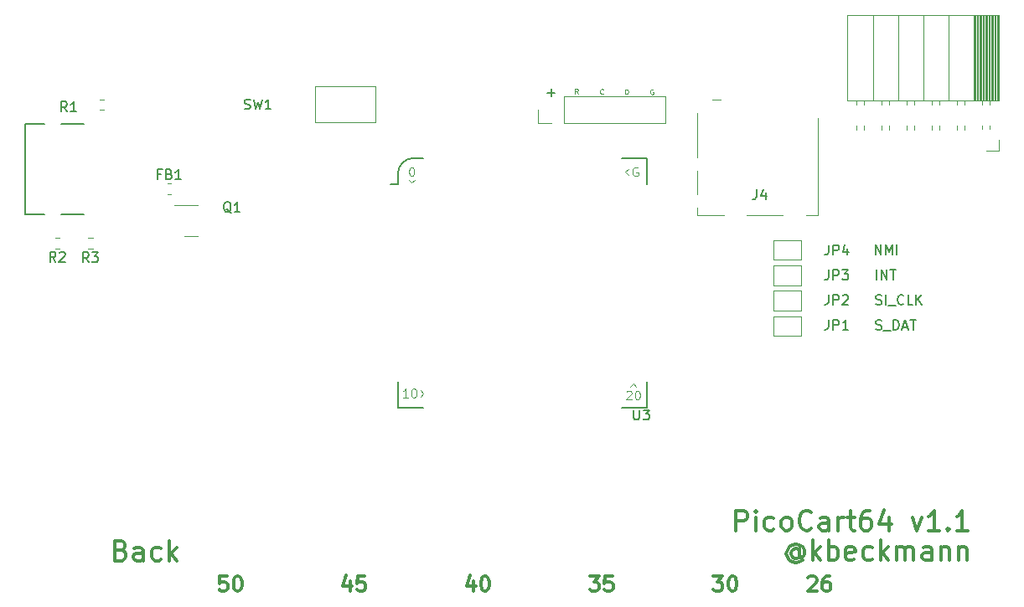
<source format=gto>
G04 #@! TF.GenerationSoftware,KiCad,Pcbnew,(6.0.6)*
G04 #@! TF.CreationDate,2022-07-02T23:03:49+02:00*
G04 #@! TF.ProjectId,picocart64_v1,7069636f-6361-4727-9436-345f76312e6b,rev?*
G04 #@! TF.SameCoordinates,Original*
G04 #@! TF.FileFunction,Legend,Top*
G04 #@! TF.FilePolarity,Positive*
%FSLAX46Y46*%
G04 Gerber Fmt 4.6, Leading zero omitted, Abs format (unit mm)*
G04 Created by KiCad (PCBNEW (6.0.6)) date 2022-07-02 23:03:49*
%MOMM*%
%LPD*%
G01*
G04 APERTURE LIST*
%ADD10C,0.300000*%
%ADD11C,0.125000*%
%ADD12C,0.150000*%
%ADD13C,0.120000*%
G04 APERTURE END LIST*
D10*
X132571428Y-110178571D02*
X132571428Y-111178571D01*
X132214285Y-109607142D02*
X131857142Y-110678571D01*
X132785714Y-110678571D01*
X134071428Y-109678571D02*
X133357142Y-109678571D01*
X133285714Y-110392857D01*
X133357142Y-110321428D01*
X133500000Y-110250000D01*
X133857142Y-110250000D01*
X134000000Y-110321428D01*
X134071428Y-110392857D01*
X134142857Y-110535714D01*
X134142857Y-110892857D01*
X134071428Y-111035714D01*
X134000000Y-111107142D01*
X133857142Y-111178571D01*
X133500000Y-111178571D01*
X133357142Y-111107142D01*
X133285714Y-111035714D01*
X145071428Y-110178571D02*
X145071428Y-111178571D01*
X144714285Y-109607142D02*
X144357142Y-110678571D01*
X145285714Y-110678571D01*
X146142857Y-109678571D02*
X146285714Y-109678571D01*
X146428571Y-109750000D01*
X146500000Y-109821428D01*
X146571428Y-109964285D01*
X146642857Y-110250000D01*
X146642857Y-110607142D01*
X146571428Y-110892857D01*
X146500000Y-111035714D01*
X146428571Y-111107142D01*
X146285714Y-111178571D01*
X146142857Y-111178571D01*
X146000000Y-111107142D01*
X145928571Y-111035714D01*
X145857142Y-110892857D01*
X145785714Y-110607142D01*
X145785714Y-110250000D01*
X145857142Y-109964285D01*
X145928571Y-109821428D01*
X146000000Y-109750000D01*
X146142857Y-109678571D01*
X156785714Y-109678571D02*
X157714285Y-109678571D01*
X157214285Y-110250000D01*
X157428571Y-110250000D01*
X157571428Y-110321428D01*
X157642857Y-110392857D01*
X157714285Y-110535714D01*
X157714285Y-110892857D01*
X157642857Y-111035714D01*
X157571428Y-111107142D01*
X157428571Y-111178571D01*
X157000000Y-111178571D01*
X156857142Y-111107142D01*
X156785714Y-111035714D01*
X159071428Y-109678571D02*
X158357142Y-109678571D01*
X158285714Y-110392857D01*
X158357142Y-110321428D01*
X158500000Y-110250000D01*
X158857142Y-110250000D01*
X159000000Y-110321428D01*
X159071428Y-110392857D01*
X159142857Y-110535714D01*
X159142857Y-110892857D01*
X159071428Y-111035714D01*
X159000000Y-111107142D01*
X158857142Y-111178571D01*
X158500000Y-111178571D01*
X158357142Y-111107142D01*
X158285714Y-111035714D01*
X169285714Y-109678571D02*
X170214285Y-109678571D01*
X169714285Y-110250000D01*
X169928571Y-110250000D01*
X170071428Y-110321428D01*
X170142857Y-110392857D01*
X170214285Y-110535714D01*
X170214285Y-110892857D01*
X170142857Y-111035714D01*
X170071428Y-111107142D01*
X169928571Y-111178571D01*
X169500000Y-111178571D01*
X169357142Y-111107142D01*
X169285714Y-111035714D01*
X171142857Y-109678571D02*
X171285714Y-109678571D01*
X171428571Y-109750000D01*
X171500000Y-109821428D01*
X171571428Y-109964285D01*
X171642857Y-110250000D01*
X171642857Y-110607142D01*
X171571428Y-110892857D01*
X171500000Y-111035714D01*
X171428571Y-111107142D01*
X171285714Y-111178571D01*
X171142857Y-111178571D01*
X171000000Y-111107142D01*
X170928571Y-111035714D01*
X170857142Y-110892857D01*
X170785714Y-110607142D01*
X170785714Y-110250000D01*
X170857142Y-109964285D01*
X170928571Y-109821428D01*
X171000000Y-109750000D01*
X171142857Y-109678571D01*
X178857142Y-109821428D02*
X178928571Y-109750000D01*
X179071428Y-109678571D01*
X179428571Y-109678571D01*
X179571428Y-109750000D01*
X179642857Y-109821428D01*
X179714285Y-109964285D01*
X179714285Y-110107142D01*
X179642857Y-110321428D01*
X178785714Y-111178571D01*
X179714285Y-111178571D01*
X181000000Y-109678571D02*
X180714285Y-109678571D01*
X180571428Y-109750000D01*
X180500000Y-109821428D01*
X180357142Y-110035714D01*
X180285714Y-110321428D01*
X180285714Y-110892857D01*
X180357142Y-111035714D01*
X180428571Y-111107142D01*
X180571428Y-111178571D01*
X180857142Y-111178571D01*
X181000000Y-111107142D01*
X181071428Y-111035714D01*
X181142857Y-110892857D01*
X181142857Y-110535714D01*
X181071428Y-110392857D01*
X181000000Y-110321428D01*
X180857142Y-110250000D01*
X180571428Y-110250000D01*
X180428571Y-110321428D01*
X180357142Y-110392857D01*
X180285714Y-110535714D01*
D11*
X160397047Y-60925379D02*
X160397047Y-60425379D01*
X160516095Y-60425379D01*
X160587523Y-60449189D01*
X160635142Y-60496808D01*
X160658952Y-60544427D01*
X160682761Y-60639665D01*
X160682761Y-60711093D01*
X160658952Y-60806331D01*
X160635142Y-60853950D01*
X160587523Y-60901569D01*
X160516095Y-60925379D01*
X160397047Y-60925379D01*
D12*
X185707976Y-84719761D02*
X185850833Y-84767380D01*
X186088928Y-84767380D01*
X186184166Y-84719761D01*
X186231785Y-84672142D01*
X186279404Y-84576904D01*
X186279404Y-84481666D01*
X186231785Y-84386428D01*
X186184166Y-84338809D01*
X186088928Y-84291190D01*
X185898452Y-84243571D01*
X185803214Y-84195952D01*
X185755595Y-84148333D01*
X185707976Y-84053095D01*
X185707976Y-83957857D01*
X185755595Y-83862619D01*
X185803214Y-83815000D01*
X185898452Y-83767380D01*
X186136547Y-83767380D01*
X186279404Y-83815000D01*
X186469880Y-84862619D02*
X187231785Y-84862619D01*
X187469880Y-84767380D02*
X187469880Y-83767380D01*
X187707976Y-83767380D01*
X187850833Y-83815000D01*
X187946071Y-83910238D01*
X187993690Y-84005476D01*
X188041309Y-84195952D01*
X188041309Y-84338809D01*
X187993690Y-84529285D01*
X187946071Y-84624523D01*
X187850833Y-84719761D01*
X187707976Y-84767380D01*
X187469880Y-84767380D01*
X188422261Y-84481666D02*
X188898452Y-84481666D01*
X188327023Y-84767380D02*
X188660357Y-83767380D01*
X188993690Y-84767380D01*
X189184166Y-83767380D02*
X189755595Y-83767380D01*
X189469880Y-84767380D02*
X189469880Y-83767380D01*
D10*
X120142857Y-109678571D02*
X119428571Y-109678571D01*
X119357142Y-110392857D01*
X119428571Y-110321428D01*
X119571428Y-110250000D01*
X119928571Y-110250000D01*
X120071428Y-110321428D01*
X120142857Y-110392857D01*
X120214285Y-110535714D01*
X120214285Y-110892857D01*
X120142857Y-111035714D01*
X120071428Y-111107142D01*
X119928571Y-111178571D01*
X119571428Y-111178571D01*
X119428571Y-111107142D01*
X119357142Y-111035714D01*
X121142857Y-109678571D02*
X121285714Y-109678571D01*
X121428571Y-109750000D01*
X121500000Y-109821428D01*
X121571428Y-109964285D01*
X121642857Y-110250000D01*
X121642857Y-110607142D01*
X121571428Y-110892857D01*
X121500000Y-111035714D01*
X121428571Y-111107142D01*
X121285714Y-111178571D01*
X121142857Y-111178571D01*
X121000000Y-111107142D01*
X120928571Y-111035714D01*
X120857142Y-110892857D01*
X120785714Y-110607142D01*
X120785714Y-110250000D01*
X120857142Y-109964285D01*
X120928571Y-109821428D01*
X121000000Y-109750000D01*
X121142857Y-109678571D01*
D11*
X155602761Y-60897325D02*
X155436095Y-60659230D01*
X155317047Y-60897325D02*
X155317047Y-60397325D01*
X155507523Y-60397325D01*
X155555142Y-60421135D01*
X155578952Y-60444944D01*
X155602761Y-60492563D01*
X155602761Y-60563992D01*
X155578952Y-60611611D01*
X155555142Y-60635420D01*
X155507523Y-60659230D01*
X155317047Y-60659230D01*
D12*
X185641595Y-77147380D02*
X185641595Y-76147380D01*
X186213023Y-77147380D01*
X186213023Y-76147380D01*
X186689214Y-77147380D02*
X186689214Y-76147380D01*
X187022547Y-76861666D01*
X187355880Y-76147380D01*
X187355880Y-77147380D01*
X187832071Y-77147380D02*
X187832071Y-76147380D01*
X185755595Y-79687380D02*
X185755595Y-78687380D01*
X186231785Y-79687380D02*
X186231785Y-78687380D01*
X186803214Y-79687380D01*
X186803214Y-78687380D01*
X187136547Y-78687380D02*
X187707976Y-78687380D01*
X187422261Y-79687380D02*
X187422261Y-78687380D01*
D11*
X158142761Y-60863733D02*
X158118952Y-60887542D01*
X158047523Y-60911352D01*
X157999904Y-60911352D01*
X157928476Y-60887542D01*
X157880857Y-60839923D01*
X157857047Y-60792304D01*
X157833238Y-60697066D01*
X157833238Y-60625638D01*
X157857047Y-60530400D01*
X157880857Y-60482781D01*
X157928476Y-60435162D01*
X157999904Y-60411352D01*
X158047523Y-60411352D01*
X158118952Y-60435162D01*
X158142761Y-60458971D01*
D12*
X152527047Y-60777428D02*
X153288952Y-60777428D01*
X152908000Y-61158380D02*
X152908000Y-60396476D01*
D11*
X163198952Y-60456000D02*
X163151333Y-60432190D01*
X163079904Y-60432190D01*
X163008476Y-60456000D01*
X162960857Y-60503619D01*
X162937047Y-60551238D01*
X162913238Y-60646476D01*
X162913238Y-60717904D01*
X162937047Y-60813142D01*
X162960857Y-60860761D01*
X163008476Y-60908380D01*
X163079904Y-60932190D01*
X163127523Y-60932190D01*
X163198952Y-60908380D01*
X163222761Y-60884571D01*
X163222761Y-60717904D01*
X163127523Y-60717904D01*
D12*
X185707976Y-82179761D02*
X185850833Y-82227380D01*
X186088928Y-82227380D01*
X186184166Y-82179761D01*
X186231785Y-82132142D01*
X186279404Y-82036904D01*
X186279404Y-81941666D01*
X186231785Y-81846428D01*
X186184166Y-81798809D01*
X186088928Y-81751190D01*
X185898452Y-81703571D01*
X185803214Y-81655952D01*
X185755595Y-81608333D01*
X185707976Y-81513095D01*
X185707976Y-81417857D01*
X185755595Y-81322619D01*
X185803214Y-81275000D01*
X185898452Y-81227380D01*
X186136547Y-81227380D01*
X186279404Y-81275000D01*
X186707976Y-82227380D02*
X186707976Y-81227380D01*
X186946071Y-82322619D02*
X187707976Y-82322619D01*
X188517500Y-82132142D02*
X188469880Y-82179761D01*
X188327023Y-82227380D01*
X188231785Y-82227380D01*
X188088928Y-82179761D01*
X187993690Y-82084523D01*
X187946071Y-81989285D01*
X187898452Y-81798809D01*
X187898452Y-81655952D01*
X187946071Y-81465476D01*
X187993690Y-81370238D01*
X188088928Y-81275000D01*
X188231785Y-81227380D01*
X188327023Y-81227380D01*
X188469880Y-81275000D01*
X188517500Y-81322619D01*
X189422261Y-82227380D02*
X188946071Y-82227380D01*
X188946071Y-81227380D01*
X189755595Y-82227380D02*
X189755595Y-81227380D01*
X190327023Y-82227380D02*
X189898452Y-81655952D01*
X190327023Y-81227380D02*
X189755595Y-81798809D01*
X180916666Y-83753180D02*
X180916666Y-84467466D01*
X180869047Y-84610323D01*
X180773809Y-84705561D01*
X180630952Y-84753180D01*
X180535714Y-84753180D01*
X181392857Y-84753180D02*
X181392857Y-83753180D01*
X181773809Y-83753180D01*
X181869047Y-83800800D01*
X181916666Y-83848419D01*
X181964285Y-83943657D01*
X181964285Y-84086514D01*
X181916666Y-84181752D01*
X181869047Y-84229371D01*
X181773809Y-84276990D01*
X181392857Y-84276990D01*
X182916666Y-84753180D02*
X182345238Y-84753180D01*
X182630952Y-84753180D02*
X182630952Y-83753180D01*
X182535714Y-83896038D01*
X182440476Y-83991276D01*
X182345238Y-84038895D01*
X180916666Y-81227780D02*
X180916666Y-81942066D01*
X180869047Y-82084923D01*
X180773809Y-82180161D01*
X180630952Y-82227780D01*
X180535714Y-82227780D01*
X181392857Y-82227780D02*
X181392857Y-81227780D01*
X181773809Y-81227780D01*
X181869047Y-81275400D01*
X181916666Y-81323019D01*
X181964285Y-81418257D01*
X181964285Y-81561114D01*
X181916666Y-81656352D01*
X181869047Y-81703971D01*
X181773809Y-81751590D01*
X181392857Y-81751590D01*
X182345238Y-81323019D02*
X182392857Y-81275400D01*
X182488095Y-81227780D01*
X182726190Y-81227780D01*
X182821428Y-81275400D01*
X182869047Y-81323019D01*
X182916666Y-81418257D01*
X182916666Y-81513495D01*
X182869047Y-81656352D01*
X182297619Y-82227780D01*
X182916666Y-82227780D01*
X161238095Y-92852380D02*
X161238095Y-93661904D01*
X161285714Y-93757142D01*
X161333333Y-93804761D01*
X161428571Y-93852380D01*
X161619047Y-93852380D01*
X161714285Y-93804761D01*
X161761904Y-93757142D01*
X161809523Y-93661904D01*
X161809523Y-92852380D01*
X162190476Y-92852380D02*
X162809523Y-92852380D01*
X162476190Y-93233333D01*
X162619047Y-93233333D01*
X162714285Y-93280952D01*
X162761904Y-93328571D01*
X162809523Y-93423809D01*
X162809523Y-93661904D01*
X162761904Y-93757142D01*
X162714285Y-93804761D01*
X162619047Y-93852380D01*
X162333333Y-93852380D01*
X162238095Y-93804761D01*
X162190476Y-93757142D01*
D13*
X161635714Y-68350000D02*
X161550000Y-68307142D01*
X161421428Y-68307142D01*
X161292857Y-68350000D01*
X161207142Y-68435714D01*
X161164285Y-68521428D01*
X161121428Y-68692857D01*
X161121428Y-68821428D01*
X161164285Y-68992857D01*
X161207142Y-69078571D01*
X161292857Y-69164285D01*
X161421428Y-69207142D01*
X161507142Y-69207142D01*
X161635714Y-69164285D01*
X161678571Y-69121428D01*
X161678571Y-68821428D01*
X161507142Y-68821428D01*
X138428571Y-91607142D02*
X137914285Y-91607142D01*
X138171428Y-91607142D02*
X138171428Y-90707142D01*
X138085714Y-90835714D01*
X138000000Y-90921428D01*
X137914285Y-90964285D01*
X138985714Y-90707142D02*
X139071428Y-90707142D01*
X139157142Y-90750000D01*
X139200000Y-90792857D01*
X139242857Y-90878571D01*
X139285714Y-91050000D01*
X139285714Y-91264285D01*
X139242857Y-91435714D01*
X139200000Y-91521428D01*
X139157142Y-91564285D01*
X139071428Y-91607142D01*
X138985714Y-91607142D01*
X138900000Y-91564285D01*
X138857142Y-91521428D01*
X138814285Y-91435714D01*
X138771428Y-91264285D01*
X138771428Y-91050000D01*
X138814285Y-90878571D01*
X138857142Y-90792857D01*
X138900000Y-90750000D01*
X138985714Y-90707142D01*
X160514285Y-90992857D02*
X160557142Y-90950000D01*
X160642857Y-90907142D01*
X160857142Y-90907142D01*
X160942857Y-90950000D01*
X160985714Y-90992857D01*
X161028571Y-91078571D01*
X161028571Y-91164285D01*
X160985714Y-91292857D01*
X160471428Y-91807142D01*
X161028571Y-91807142D01*
X161585714Y-90907142D02*
X161671428Y-90907142D01*
X161757142Y-90950000D01*
X161800000Y-90992857D01*
X161842857Y-91078571D01*
X161885714Y-91250000D01*
X161885714Y-91464285D01*
X161842857Y-91635714D01*
X161800000Y-91721428D01*
X161757142Y-91764285D01*
X161671428Y-91807142D01*
X161585714Y-91807142D01*
X161500000Y-91764285D01*
X161457142Y-91721428D01*
X161414285Y-91635714D01*
X161371428Y-91464285D01*
X161371428Y-91250000D01*
X161414285Y-91078571D01*
X161457142Y-90992857D01*
X161500000Y-90950000D01*
X161585714Y-90907142D01*
X138757142Y-68307142D02*
X138842857Y-68307142D01*
X138928571Y-68350000D01*
X138971428Y-68392857D01*
X139014285Y-68478571D01*
X139057142Y-68650000D01*
X139057142Y-68864285D01*
X139014285Y-69035714D01*
X138971428Y-69121428D01*
X138928571Y-69164285D01*
X138842857Y-69207142D01*
X138757142Y-69207142D01*
X138671428Y-69164285D01*
X138628571Y-69121428D01*
X138585714Y-69035714D01*
X138542857Y-68864285D01*
X138542857Y-68650000D01*
X138585714Y-68478571D01*
X138628571Y-68392857D01*
X138671428Y-68350000D01*
X138757142Y-68307142D01*
D12*
X106158333Y-77922380D02*
X105825000Y-77446190D01*
X105586904Y-77922380D02*
X105586904Y-76922380D01*
X105967857Y-76922380D01*
X106063095Y-76970000D01*
X106110714Y-77017619D01*
X106158333Y-77112857D01*
X106158333Y-77255714D01*
X106110714Y-77350952D01*
X106063095Y-77398571D01*
X105967857Y-77446190D01*
X105586904Y-77446190D01*
X106491666Y-76922380D02*
X107110714Y-76922380D01*
X106777380Y-77303333D01*
X106920238Y-77303333D01*
X107015476Y-77350952D01*
X107063095Y-77398571D01*
X107110714Y-77493809D01*
X107110714Y-77731904D01*
X107063095Y-77827142D01*
X107015476Y-77874761D01*
X106920238Y-77922380D01*
X106634523Y-77922380D01*
X106539285Y-77874761D01*
X106491666Y-77827142D01*
X173656666Y-70572380D02*
X173656666Y-71286666D01*
X173609047Y-71429523D01*
X173513809Y-71524761D01*
X173370952Y-71572380D01*
X173275714Y-71572380D01*
X174561428Y-70905714D02*
X174561428Y-71572380D01*
X174323333Y-70524761D02*
X174085238Y-71239047D01*
X174704285Y-71239047D01*
X103973333Y-62682380D02*
X103640000Y-62206190D01*
X103401904Y-62682380D02*
X103401904Y-61682380D01*
X103782857Y-61682380D01*
X103878095Y-61730000D01*
X103925714Y-61777619D01*
X103973333Y-61872857D01*
X103973333Y-62015714D01*
X103925714Y-62110952D01*
X103878095Y-62158571D01*
X103782857Y-62206190D01*
X103401904Y-62206190D01*
X104925714Y-62682380D02*
X104354285Y-62682380D01*
X104640000Y-62682380D02*
X104640000Y-61682380D01*
X104544761Y-61825238D01*
X104449523Y-61920476D01*
X104354285Y-61968095D01*
X121916666Y-62404761D02*
X122059523Y-62452380D01*
X122297619Y-62452380D01*
X122392857Y-62404761D01*
X122440476Y-62357142D01*
X122488095Y-62261904D01*
X122488095Y-62166666D01*
X122440476Y-62071428D01*
X122392857Y-62023809D01*
X122297619Y-61976190D01*
X122107142Y-61928571D01*
X122011904Y-61880952D01*
X121964285Y-61833333D01*
X121916666Y-61738095D01*
X121916666Y-61642857D01*
X121964285Y-61547619D01*
X122011904Y-61500000D01*
X122107142Y-61452380D01*
X122345238Y-61452380D01*
X122488095Y-61500000D01*
X122821428Y-61452380D02*
X123059523Y-62452380D01*
X123250000Y-61738095D01*
X123440476Y-62452380D01*
X123678571Y-61452380D01*
X124583333Y-62452380D02*
X124011904Y-62452380D01*
X124297619Y-62452380D02*
X124297619Y-61452380D01*
X124202380Y-61595238D01*
X124107142Y-61690476D01*
X124011904Y-61738095D01*
X180916666Y-78702380D02*
X180916666Y-79416666D01*
X180869047Y-79559523D01*
X180773809Y-79654761D01*
X180630952Y-79702380D01*
X180535714Y-79702380D01*
X181392857Y-79702380D02*
X181392857Y-78702380D01*
X181773809Y-78702380D01*
X181869047Y-78750000D01*
X181916666Y-78797619D01*
X181964285Y-78892857D01*
X181964285Y-79035714D01*
X181916666Y-79130952D01*
X181869047Y-79178571D01*
X181773809Y-79226190D01*
X181392857Y-79226190D01*
X182297619Y-78702380D02*
X182916666Y-78702380D01*
X182583333Y-79083333D01*
X182726190Y-79083333D01*
X182821428Y-79130952D01*
X182869047Y-79178571D01*
X182916666Y-79273809D01*
X182916666Y-79511904D01*
X182869047Y-79607142D01*
X182821428Y-79654761D01*
X182726190Y-79702380D01*
X182440476Y-79702380D01*
X182345238Y-79654761D01*
X182297619Y-79607142D01*
X180916666Y-76184980D02*
X180916666Y-76899266D01*
X180869047Y-77042123D01*
X180773809Y-77137361D01*
X180630952Y-77184980D01*
X180535714Y-77184980D01*
X181392857Y-77184980D02*
X181392857Y-76184980D01*
X181773809Y-76184980D01*
X181869047Y-76232600D01*
X181916666Y-76280219D01*
X181964285Y-76375457D01*
X181964285Y-76518314D01*
X181916666Y-76613552D01*
X181869047Y-76661171D01*
X181773809Y-76708790D01*
X181392857Y-76708790D01*
X182821428Y-76518314D02*
X182821428Y-77184980D01*
X182583333Y-76137361D02*
X182345238Y-76851647D01*
X182964285Y-76851647D01*
X102833333Y-77882380D02*
X102500000Y-77406190D01*
X102261904Y-77882380D02*
X102261904Y-76882380D01*
X102642857Y-76882380D01*
X102738095Y-76930000D01*
X102785714Y-76977619D01*
X102833333Y-77072857D01*
X102833333Y-77215714D01*
X102785714Y-77310952D01*
X102738095Y-77358571D01*
X102642857Y-77406190D01*
X102261904Y-77406190D01*
X103214285Y-76977619D02*
X103261904Y-76930000D01*
X103357142Y-76882380D01*
X103595238Y-76882380D01*
X103690476Y-76930000D01*
X103738095Y-76977619D01*
X103785714Y-77072857D01*
X103785714Y-77168095D01*
X103738095Y-77310952D01*
X103166666Y-77882380D01*
X103785714Y-77882380D01*
X120554761Y-72937619D02*
X120459523Y-72890000D01*
X120364285Y-72794761D01*
X120221428Y-72651904D01*
X120126190Y-72604285D01*
X120030952Y-72604285D01*
X120078571Y-72842380D02*
X119983333Y-72794761D01*
X119888095Y-72699523D01*
X119840476Y-72509047D01*
X119840476Y-72175714D01*
X119888095Y-71985238D01*
X119983333Y-71890000D01*
X120078571Y-71842380D01*
X120269047Y-71842380D01*
X120364285Y-71890000D01*
X120459523Y-71985238D01*
X120507142Y-72175714D01*
X120507142Y-72509047D01*
X120459523Y-72699523D01*
X120364285Y-72794761D01*
X120269047Y-72842380D01*
X120078571Y-72842380D01*
X121459523Y-72842380D02*
X120888095Y-72842380D01*
X121173809Y-72842380D02*
X121173809Y-71842380D01*
X121078571Y-71985238D01*
X120983333Y-72080476D01*
X120888095Y-72128095D01*
X113454166Y-68998571D02*
X113120833Y-68998571D01*
X113120833Y-69522380D02*
X113120833Y-68522380D01*
X113597023Y-68522380D01*
X114311309Y-68998571D02*
X114454166Y-69046190D01*
X114501785Y-69093809D01*
X114549404Y-69189047D01*
X114549404Y-69331904D01*
X114501785Y-69427142D01*
X114454166Y-69474761D01*
X114358928Y-69522380D01*
X113977976Y-69522380D01*
X113977976Y-68522380D01*
X114311309Y-68522380D01*
X114406547Y-68570000D01*
X114454166Y-68617619D01*
X114501785Y-68712857D01*
X114501785Y-68808095D01*
X114454166Y-68903333D01*
X114406547Y-68950952D01*
X114311309Y-68998571D01*
X113977976Y-68998571D01*
X115501785Y-69522380D02*
X114930357Y-69522380D01*
X115216071Y-69522380D02*
X115216071Y-68522380D01*
X115120833Y-68665238D01*
X115025595Y-68760476D01*
X114930357Y-68808095D01*
D10*
X109458428Y-107045142D02*
X109744142Y-107140380D01*
X109839380Y-107235619D01*
X109934619Y-107426095D01*
X109934619Y-107711809D01*
X109839380Y-107902285D01*
X109744142Y-107997523D01*
X109553666Y-108092761D01*
X108791761Y-108092761D01*
X108791761Y-106092761D01*
X109458428Y-106092761D01*
X109648904Y-106188000D01*
X109744142Y-106283238D01*
X109839380Y-106473714D01*
X109839380Y-106664190D01*
X109744142Y-106854666D01*
X109648904Y-106949904D01*
X109458428Y-107045142D01*
X108791761Y-107045142D01*
X111648904Y-108092761D02*
X111648904Y-107045142D01*
X111553666Y-106854666D01*
X111363190Y-106759428D01*
X110982238Y-106759428D01*
X110791761Y-106854666D01*
X111648904Y-107997523D02*
X111458428Y-108092761D01*
X110982238Y-108092761D01*
X110791761Y-107997523D01*
X110696523Y-107807047D01*
X110696523Y-107616571D01*
X110791761Y-107426095D01*
X110982238Y-107330857D01*
X111458428Y-107330857D01*
X111648904Y-107235619D01*
X113458428Y-107997523D02*
X113267952Y-108092761D01*
X112887000Y-108092761D01*
X112696523Y-107997523D01*
X112601285Y-107902285D01*
X112506047Y-107711809D01*
X112506047Y-107140380D01*
X112601285Y-106949904D01*
X112696523Y-106854666D01*
X112887000Y-106759428D01*
X113267952Y-106759428D01*
X113458428Y-106854666D01*
X114315571Y-108092761D02*
X114315571Y-106092761D01*
X114506047Y-107330857D02*
X115077476Y-108092761D01*
X115077476Y-106759428D02*
X114315571Y-107521333D01*
X177994445Y-107095750D02*
X177899207Y-107000512D01*
X177708731Y-106905274D01*
X177518255Y-106905274D01*
X177327778Y-107000512D01*
X177232540Y-107095750D01*
X177137302Y-107286227D01*
X177137302Y-107476703D01*
X177232540Y-107667179D01*
X177327778Y-107762417D01*
X177518255Y-107857655D01*
X177708731Y-107857655D01*
X177899207Y-107762417D01*
X177994445Y-107667179D01*
X177994445Y-106905274D02*
X177994445Y-107667179D01*
X178089683Y-107762417D01*
X178184921Y-107762417D01*
X178375397Y-107667179D01*
X178470636Y-107476703D01*
X178470636Y-107000512D01*
X178280159Y-106714798D01*
X177994445Y-106524322D01*
X177613493Y-106429084D01*
X177232540Y-106524322D01*
X176946826Y-106714798D01*
X176756350Y-107000512D01*
X176661112Y-107381465D01*
X176756350Y-107762417D01*
X176946826Y-108048131D01*
X177232540Y-108238608D01*
X177613493Y-108333846D01*
X177994445Y-108238608D01*
X178280159Y-108048131D01*
X179327778Y-108048131D02*
X179327778Y-106048131D01*
X179518255Y-107286227D02*
X180089683Y-108048131D01*
X180089683Y-106714798D02*
X179327778Y-107476703D01*
X180946826Y-108048131D02*
X180946826Y-106048131D01*
X180946826Y-106810036D02*
X181137302Y-106714798D01*
X181518255Y-106714798D01*
X181708731Y-106810036D01*
X181803969Y-106905274D01*
X181899207Y-107095750D01*
X181899207Y-107667179D01*
X181803969Y-107857655D01*
X181708731Y-107952893D01*
X181518255Y-108048131D01*
X181137302Y-108048131D01*
X180946826Y-107952893D01*
X183518255Y-107952893D02*
X183327778Y-108048131D01*
X182946826Y-108048131D01*
X182756350Y-107952893D01*
X182661112Y-107762417D01*
X182661112Y-107000512D01*
X182756350Y-106810036D01*
X182946826Y-106714798D01*
X183327778Y-106714798D01*
X183518255Y-106810036D01*
X183613493Y-107000512D01*
X183613493Y-107190989D01*
X182661112Y-107381465D01*
X185327778Y-107952893D02*
X185137302Y-108048131D01*
X184756350Y-108048131D01*
X184565874Y-107952893D01*
X184470636Y-107857655D01*
X184375397Y-107667179D01*
X184375397Y-107095750D01*
X184470636Y-106905274D01*
X184565874Y-106810036D01*
X184756350Y-106714798D01*
X185137302Y-106714798D01*
X185327778Y-106810036D01*
X186184921Y-108048131D02*
X186184921Y-106048131D01*
X186375397Y-107286227D02*
X186946826Y-108048131D01*
X186946826Y-106714798D02*
X186184921Y-107476703D01*
X187803969Y-108048131D02*
X187803969Y-106714798D01*
X187803969Y-106905274D02*
X187899207Y-106810036D01*
X188089683Y-106714798D01*
X188375397Y-106714798D01*
X188565874Y-106810036D01*
X188661112Y-107000512D01*
X188661112Y-108048131D01*
X188661112Y-107000512D02*
X188756350Y-106810036D01*
X188946826Y-106714798D01*
X189232540Y-106714798D01*
X189423017Y-106810036D01*
X189518255Y-107000512D01*
X189518255Y-108048131D01*
X191327778Y-108048131D02*
X191327778Y-107000512D01*
X191232540Y-106810036D01*
X191042064Y-106714798D01*
X190661112Y-106714798D01*
X190470636Y-106810036D01*
X191327778Y-107952893D02*
X191137302Y-108048131D01*
X190661112Y-108048131D01*
X190470636Y-107952893D01*
X190375397Y-107762417D01*
X190375397Y-107571941D01*
X190470636Y-107381465D01*
X190661112Y-107286227D01*
X191137302Y-107286227D01*
X191327778Y-107190989D01*
X192280159Y-106714798D02*
X192280159Y-108048131D01*
X192280159Y-106905274D02*
X192375397Y-106810036D01*
X192565874Y-106714798D01*
X192851588Y-106714798D01*
X193042064Y-106810036D01*
X193137302Y-107000512D01*
X193137302Y-108048131D01*
X194089683Y-106714798D02*
X194089683Y-108048131D01*
X194089683Y-106905274D02*
X194184921Y-106810036D01*
X194375397Y-106714798D01*
X194661112Y-106714798D01*
X194851588Y-106810036D01*
X194946826Y-107000512D01*
X194946826Y-108048131D01*
X171575476Y-105044761D02*
X171575476Y-103044761D01*
X172337380Y-103044761D01*
X172527857Y-103140000D01*
X172623095Y-103235238D01*
X172718333Y-103425714D01*
X172718333Y-103711428D01*
X172623095Y-103901904D01*
X172527857Y-103997142D01*
X172337380Y-104092380D01*
X171575476Y-104092380D01*
X173575476Y-105044761D02*
X173575476Y-103711428D01*
X173575476Y-103044761D02*
X173480238Y-103140000D01*
X173575476Y-103235238D01*
X173670714Y-103140000D01*
X173575476Y-103044761D01*
X173575476Y-103235238D01*
X175385000Y-104949523D02*
X175194523Y-105044761D01*
X174813571Y-105044761D01*
X174623095Y-104949523D01*
X174527857Y-104854285D01*
X174432619Y-104663809D01*
X174432619Y-104092380D01*
X174527857Y-103901904D01*
X174623095Y-103806666D01*
X174813571Y-103711428D01*
X175194523Y-103711428D01*
X175385000Y-103806666D01*
X176527857Y-105044761D02*
X176337380Y-104949523D01*
X176242142Y-104854285D01*
X176146904Y-104663809D01*
X176146904Y-104092380D01*
X176242142Y-103901904D01*
X176337380Y-103806666D01*
X176527857Y-103711428D01*
X176813571Y-103711428D01*
X177004047Y-103806666D01*
X177099285Y-103901904D01*
X177194523Y-104092380D01*
X177194523Y-104663809D01*
X177099285Y-104854285D01*
X177004047Y-104949523D01*
X176813571Y-105044761D01*
X176527857Y-105044761D01*
X179194523Y-104854285D02*
X179099285Y-104949523D01*
X178813571Y-105044761D01*
X178623095Y-105044761D01*
X178337380Y-104949523D01*
X178146904Y-104759047D01*
X178051666Y-104568571D01*
X177956428Y-104187619D01*
X177956428Y-103901904D01*
X178051666Y-103520952D01*
X178146904Y-103330476D01*
X178337380Y-103140000D01*
X178623095Y-103044761D01*
X178813571Y-103044761D01*
X179099285Y-103140000D01*
X179194523Y-103235238D01*
X180908809Y-105044761D02*
X180908809Y-103997142D01*
X180813571Y-103806666D01*
X180623095Y-103711428D01*
X180242142Y-103711428D01*
X180051666Y-103806666D01*
X180908809Y-104949523D02*
X180718333Y-105044761D01*
X180242142Y-105044761D01*
X180051666Y-104949523D01*
X179956428Y-104759047D01*
X179956428Y-104568571D01*
X180051666Y-104378095D01*
X180242142Y-104282857D01*
X180718333Y-104282857D01*
X180908809Y-104187619D01*
X181861190Y-105044761D02*
X181861190Y-103711428D01*
X181861190Y-104092380D02*
X181956428Y-103901904D01*
X182051666Y-103806666D01*
X182242142Y-103711428D01*
X182432619Y-103711428D01*
X182813571Y-103711428D02*
X183575476Y-103711428D01*
X183099285Y-103044761D02*
X183099285Y-104759047D01*
X183194523Y-104949523D01*
X183385000Y-105044761D01*
X183575476Y-105044761D01*
X185099285Y-103044761D02*
X184718333Y-103044761D01*
X184527857Y-103140000D01*
X184432619Y-103235238D01*
X184242142Y-103520952D01*
X184146904Y-103901904D01*
X184146904Y-104663809D01*
X184242142Y-104854285D01*
X184337380Y-104949523D01*
X184527857Y-105044761D01*
X184908809Y-105044761D01*
X185099285Y-104949523D01*
X185194523Y-104854285D01*
X185289761Y-104663809D01*
X185289761Y-104187619D01*
X185194523Y-103997142D01*
X185099285Y-103901904D01*
X184908809Y-103806666D01*
X184527857Y-103806666D01*
X184337380Y-103901904D01*
X184242142Y-103997142D01*
X184146904Y-104187619D01*
X187004047Y-103711428D02*
X187004047Y-105044761D01*
X186527857Y-102949523D02*
X186051666Y-104378095D01*
X187289761Y-104378095D01*
X189385000Y-103711428D02*
X189861190Y-105044761D01*
X190337380Y-103711428D01*
X192146904Y-105044761D02*
X191004047Y-105044761D01*
X191575476Y-105044761D02*
X191575476Y-103044761D01*
X191385000Y-103330476D01*
X191194523Y-103520952D01*
X191004047Y-103616190D01*
X193004047Y-104854285D02*
X193099285Y-104949523D01*
X193004047Y-105044761D01*
X192908809Y-104949523D01*
X193004047Y-104854285D01*
X193004047Y-105044761D01*
X195004047Y-105044761D02*
X193861190Y-105044761D01*
X194432619Y-105044761D02*
X194432619Y-103044761D01*
X194242142Y-103330476D01*
X194051666Y-103520952D01*
X193861190Y-103616190D01*
D13*
X175384000Y-85378800D02*
X175384000Y-83378800D01*
X178184000Y-83378800D02*
X178184000Y-85378800D01*
X178184000Y-85378800D02*
X175384000Y-85378800D01*
X175384000Y-83378800D02*
X178184000Y-83378800D01*
X154183000Y-63814000D02*
X164403000Y-63814000D01*
X151583000Y-63814000D02*
X151583000Y-62484000D01*
X154183000Y-61154000D02*
X164403000Y-61154000D01*
X164403000Y-63814000D02*
X164403000Y-61154000D01*
X154183000Y-63814000D02*
X154183000Y-61154000D01*
X152913000Y-63814000D02*
X151583000Y-63814000D01*
X178184000Y-80813400D02*
X178184000Y-82813400D01*
X175384000Y-82813400D02*
X175384000Y-80813400D01*
X175384000Y-80813400D02*
X178184000Y-80813400D01*
X178184000Y-82813400D02*
X175384000Y-82813400D01*
X138500000Y-69600000D02*
X138800000Y-69900000D01*
D12*
X138900000Y-67400000D02*
X140000000Y-67400000D01*
X162600000Y-67400000D02*
X162600000Y-70000000D01*
X162600000Y-90000000D02*
X162600000Y-92600000D01*
X162600000Y-92600000D02*
X160000000Y-92600000D01*
D13*
X160700000Y-68500000D02*
X160400000Y-68800000D01*
D12*
X137400000Y-70000000D02*
X137400000Y-68900000D01*
X137400000Y-70000000D02*
X136700000Y-70000000D01*
D13*
X138800000Y-69900000D02*
X139100000Y-69600000D01*
D12*
X137400000Y-92600000D02*
X137400000Y-90000000D01*
D13*
X161200000Y-90200000D02*
X160900000Y-90500000D01*
X160400000Y-68800000D02*
X160700000Y-69100000D01*
X139700000Y-91500000D02*
X140000000Y-91200000D01*
X161500000Y-90500000D02*
X161200000Y-90200000D01*
D12*
X140000000Y-92600000D02*
X137400000Y-92600000D01*
X160000000Y-67400000D02*
X162600000Y-67400000D01*
D13*
X140000000Y-91200000D02*
X139700000Y-90900000D01*
D12*
X138900000Y-67400000D02*
G75*
G03*
X137400000Y-68900000I116790J-1616790D01*
G01*
X99744000Y-73115000D02*
X99744000Y-63915000D01*
X99744000Y-63915000D02*
X101694000Y-63915000D01*
X103344000Y-63915000D02*
X105644000Y-63915000D01*
X99744000Y-73115000D02*
X101694000Y-73115000D01*
X103344000Y-73115000D02*
X105644000Y-73115000D01*
D13*
X106087742Y-75477500D02*
X106562258Y-75477500D01*
X106087742Y-76522500D02*
X106562258Y-76522500D01*
X167666000Y-68710000D02*
X167666000Y-71010000D01*
X169146000Y-61490000D02*
X170006000Y-61490000D01*
X167666000Y-72410000D02*
X167666000Y-73130000D01*
X178616000Y-73130000D02*
X179846000Y-73130000D01*
X179846000Y-73130000D02*
X179846000Y-63310000D01*
X167666000Y-73130000D02*
X170346000Y-73130000D01*
X167666000Y-62860000D02*
X167666000Y-67310000D01*
X172646000Y-73130000D02*
X176316000Y-73130000D01*
X107737258Y-61477500D02*
X107262742Y-61477500D01*
X107737258Y-62522500D02*
X107262742Y-62522500D01*
X129020000Y-60166000D02*
X135140000Y-60166000D01*
X135140000Y-60166000D02*
X135140000Y-63786000D01*
X135140000Y-63786000D02*
X129020000Y-63786000D01*
X129020000Y-63786000D02*
X129020000Y-60166000D01*
X175384000Y-80248000D02*
X175384000Y-78248000D01*
X175384000Y-78248000D02*
X178184000Y-78248000D01*
X178184000Y-80248000D02*
X175384000Y-80248000D01*
X178184000Y-78248000D02*
X178184000Y-80248000D01*
X175384000Y-77682600D02*
X175384000Y-75682600D01*
X178184000Y-75682600D02*
X178184000Y-77682600D01*
X175384000Y-75682600D02*
X178184000Y-75682600D01*
X178184000Y-77682600D02*
X175384000Y-77682600D01*
X103237258Y-76522500D02*
X102762742Y-76522500D01*
X103237258Y-75477500D02*
X102762742Y-75477500D01*
X116500000Y-72190000D02*
X114825000Y-72190000D01*
X116500000Y-72190000D02*
X117150000Y-72190000D01*
X116500000Y-75310000D02*
X115850000Y-75310000D01*
X116500000Y-75310000D02*
X117150000Y-75310000D01*
X197090240Y-52939000D02*
X197090240Y-61569000D01*
X197208335Y-52939000D02*
X197208335Y-61569000D01*
X196465000Y-61569000D02*
X196465000Y-61979000D01*
X192105000Y-61569000D02*
X192105000Y-61979000D01*
X195791195Y-52939000D02*
X195791195Y-61569000D01*
X196465000Y-64079000D02*
X196465000Y-64459000D01*
X198035000Y-52939000D02*
X198035000Y-61569000D01*
X196263575Y-52939000D02*
X196263575Y-61569000D01*
X197562620Y-52939000D02*
X197562620Y-61569000D01*
X195909290Y-52939000D02*
X195909290Y-61569000D01*
X188845000Y-61569000D02*
X188845000Y-61979000D01*
X182795000Y-52939000D02*
X182795000Y-61569000D01*
X198155000Y-65569000D02*
X198155000Y-66679000D01*
X194645000Y-64079000D02*
X194645000Y-64519000D01*
X193925000Y-61569000D02*
X193925000Y-61979000D01*
X197444525Y-52939000D02*
X197444525Y-61569000D01*
X194645000Y-61569000D02*
X194645000Y-61979000D01*
X193925000Y-64079000D02*
X193925000Y-64519000D01*
X187025000Y-64079000D02*
X187025000Y-64519000D01*
X197916905Y-52939000D02*
X197916905Y-61569000D01*
X187025000Y-61569000D02*
X187025000Y-61979000D01*
X196381670Y-52939000D02*
X196381670Y-61569000D01*
X192105000Y-64079000D02*
X192105000Y-64519000D01*
X197680715Y-52939000D02*
X197680715Y-61569000D01*
X197185000Y-61569000D02*
X197185000Y-61979000D01*
X197185000Y-64079000D02*
X197185000Y-64459000D01*
X196499765Y-52939000D02*
X196499765Y-61569000D01*
X183765000Y-61569000D02*
X183765000Y-61979000D01*
X198155000Y-66679000D02*
X196825000Y-66679000D01*
X186305000Y-64079000D02*
X186305000Y-64519000D01*
X184485000Y-64079000D02*
X184485000Y-64519000D01*
X197798810Y-52939000D02*
X197798810Y-61569000D01*
X198155000Y-52939000D02*
X198155000Y-61569000D01*
X195673100Y-52939000D02*
X195673100Y-61569000D01*
X190475000Y-52939000D02*
X190475000Y-61569000D01*
X189565000Y-64079000D02*
X189565000Y-64519000D01*
X187935000Y-52939000D02*
X187935000Y-61569000D01*
X193015000Y-52939000D02*
X193015000Y-61569000D01*
X185395000Y-52939000D02*
X185395000Y-61569000D01*
X191385000Y-61569000D02*
X191385000Y-61979000D01*
X196145480Y-52939000D02*
X196145480Y-61569000D01*
X184485000Y-61569000D02*
X184485000Y-61979000D01*
X191385000Y-64079000D02*
X191385000Y-64519000D01*
X183765000Y-64079000D02*
X183765000Y-64519000D01*
X198155000Y-61569000D02*
X182795000Y-61569000D01*
X188845000Y-64079000D02*
X188845000Y-64519000D01*
X186305000Y-61569000D02*
X186305000Y-61979000D01*
X196972145Y-52939000D02*
X196972145Y-61569000D01*
X189565000Y-61569000D02*
X189565000Y-61979000D01*
X198155000Y-52939000D02*
X182795000Y-52939000D01*
X196027385Y-52939000D02*
X196027385Y-61569000D01*
X196617860Y-52939000D02*
X196617860Y-61569000D01*
X196735955Y-52939000D02*
X196735955Y-61569000D01*
X196854050Y-52939000D02*
X196854050Y-61569000D01*
X197326430Y-52939000D02*
X197326430Y-61569000D01*
X195555000Y-52939000D02*
X195555000Y-61569000D01*
X114124721Y-71010000D02*
X114450279Y-71010000D01*
X114124721Y-69990000D02*
X114450279Y-69990000D01*
M02*

</source>
